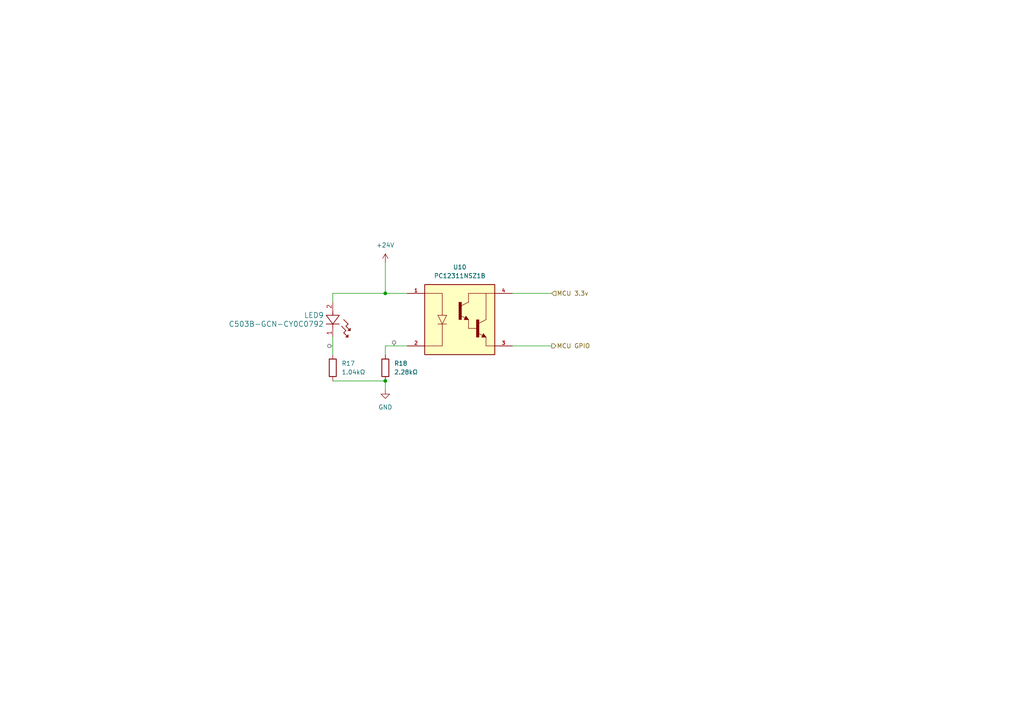
<source format=kicad_sch>
(kicad_sch (version 20230121) (generator eeschema)
  (paper "A4")
  (lib_symbols
    (symbol "CreeLED Green:C503B-GCN-CY0C0792" (pin_names (offset 0.254))
      (property "Reference" "LED" (at 5.08 -4.445 0))
      (property "Value" "C503B-GCN-CY0C0792" (at 5.08 -7.62 0))
      (symbol "C503B-GCN-CY0C0792_1_1"
        (polyline (pts (xy 2.54 0) (xy 3.4798 0)) (stroke (width 0.2032)))
        (polyline (pts (xy 3.175 0) (xy 3.81 0)) (stroke (width 0.2032)))
        (polyline (pts (xy 3.81 -1.905) (xy 6.35 0)) (stroke (width 0.2032)))
        (polyline (pts (xy 3.81 1.905) (xy 3.81 -1.905)) (stroke (width 0.2032)))
        (polyline (pts (xy 5.08 3.175) (xy 6.35 4.445)) (stroke (width 0.2032)))
        (polyline (pts (xy 6.35 -1.905) (xy 6.35 1.905)) (stroke (width 0.2032)))
        (polyline (pts (xy 6.35 0) (xy 3.81 1.905)) (stroke (width 0.2032)))
        (polyline (pts (xy 6.35 0) (xy 7.62 0)) (stroke (width 0.2032)))
        (polyline (pts (xy 6.35 4.445) (xy 6.985 3.81)) (stroke (width 0.2032)))
        (polyline (pts (xy 6.985 2.54) (xy 8.255 3.81)) (stroke (width 0.2032)))
        (polyline (pts (xy 6.985 3.81) (xy 8.255 5.08)) (stroke (width 0.2032)))
        (polyline (pts (xy 7.62 5.08) (xy 8.255 4.445)) (stroke (width 0.2032)))
        (polyline (pts (xy 8.255 3.81) (xy 8.89 3.175)) (stroke (width 0.2032)))
        (polyline (pts (xy 8.255 4.445) (xy 8.255 5.08)) (stroke (width 0.2032)))
        (polyline (pts (xy 8.255 5.08) (xy 7.62 5.08)) (stroke (width 0.2032)))
        (polyline (pts (xy 8.89 3.175) (xy 10.16 4.445)) (stroke (width 0.2032)))
        (polyline (pts (xy 9.525 4.445) (xy 10.16 3.81)) (stroke (width 0.2032)))
        (polyline (pts (xy 10.16 3.81) (xy 10.16 4.445)) (stroke (width 0.2032)))
        (polyline (pts (xy 10.16 4.445) (xy 9.525 4.445)) (stroke (width 0.2032)))
        (pin passive line (at 10.16 0 180) (length 2.54) (name "") (number "1"))
        (pin passive line (at 0 0 0) (length 2.54) (name "") (number "2"))
      )
      (symbol "C503B-GCN-CY0C0792_1_2"
        (polyline (pts (xy -5.08 7.62) (xy -4.445 8.255)) (stroke (width 0.2032)))
        (polyline (pts (xy -5.08 8.255) (xy -5.08 7.62)) (stroke (width 0.2032)))
        (polyline (pts (xy -4.445 6.35) (xy -3.81 6.985)) (stroke (width 0.2032)))
        (polyline (pts (xy -4.445 8.255) (xy -5.08 8.255)) (stroke (width 0.2032)))
        (polyline (pts (xy -4.445 9.525) (xy -3.81 10.16)) (stroke (width 0.2032)))
        (polyline (pts (xy -4.445 10.16) (xy -4.445 9.525)) (stroke (width 0.2032)))
        (polyline (pts (xy -3.81 6.985) (xy -5.08 8.255)) (stroke (width 0.2032)))
        (polyline (pts (xy -3.81 8.255) (xy -3.175 8.89)) (stroke (width 0.2032)))
        (polyline (pts (xy -3.81 10.16) (xy -4.445 10.16)) (stroke (width 0.2032)))
        (polyline (pts (xy -3.175 5.08) (xy -4.445 6.35)) (stroke (width 0.2032)))
        (polyline (pts (xy -3.175 8.89) (xy -4.445 10.16)) (stroke (width 0.2032)))
        (polyline (pts (xy -2.54 6.985) (xy -3.81 8.255)) (stroke (width 0.2032)))
        (polyline (pts (xy -1.905 3.81) (xy 1.905 3.81)) (stroke (width 0.2032)))
        (polyline (pts (xy 0 2.54) (xy 0 3.4798)) (stroke (width 0.2032)))
        (polyline (pts (xy 0 3.175) (xy 0 3.81)) (stroke (width 0.2032)))
        (polyline (pts (xy 0 6.35) (xy -1.905 3.81)) (stroke (width 0.2032)))
        (polyline (pts (xy 0 6.35) (xy 0 7.62)) (stroke (width 0.2032)))
        (polyline (pts (xy 1.905 3.81) (xy 0 6.35)) (stroke (width 0.2032)))
        (polyline (pts (xy 1.905 6.35) (xy -1.905 6.35)) (stroke (width 0.2032)))
        (pin unspecified line (at 0 10.16 270) (length 2.54) (name "") (number "1"))
        (pin unspecified line (at 0 0 90) (length 2.54) (name "") (number "2"))
      )
    )
    (symbol "Device:R" (pin_numbers hide) (pin_names (offset 0))
      (property "Reference" "R" (at 2.032 0 90))
      (property "Value" "R" (at 0 0 90))
      (symbol "R_0_1"
        (rectangle (start -1.016 -2.54) (end 1.016 2.54) (stroke (width 0.254)))
      )
      (symbol "R_1_1"
        (pin passive line (at 0 3.81 270) (length 1.27) (name "~") (number "1"))
        (pin passive line (at 0 -3.81 90) (length 1.27) (name "~") (number "2"))
      )
    )
    (symbol "PC12311NSZ1B:PC12311NSZ1B"
      (property "Reference" "U" (at -11.43 12.7 0))
      (property "Value" "PC12311NSZ1B" (at -11.43 -10.16 0))
      (symbol "PC12311NSZ1B_0_0"
        (rectangle (start -11.43 11.43) (end 8.89 -8.89) (stroke (width 0.254)) (fill (type background)))
        (rectangle (start -1.524 1.27) (end -0.762 6.35) (stroke (width 0.1)) (fill (type outline)))
        (polyline (pts (xy -8.89 -6.35) (xy -11.43 -6.35)) (stroke (width 0.1524)))
        (polyline (pts (xy -8.89 8.89) (xy -11.43 8.89)) (stroke (width 0.1524)))
        (polyline (pts (xy -7.62 2.54) (xy -6.35 0)) (stroke (width 0.1524)))
        (polyline (pts (xy -6.35 -6.35) (xy -8.89 -6.35)) (stroke (width 0.1524)))
        (polyline (pts (xy -6.35 0) (xy -7.62 0)) (stroke (width 0.1524)))
        (polyline (pts (xy -6.35 0) (xy -6.35 -6.35)) (stroke (width 0.1524)))
        (polyline (pts (xy -6.35 0) (xy -5.08 2.54)) (stroke (width 0.1524)))
        (polyline (pts (xy -6.35 2.54) (xy -7.62 2.54)) (stroke (width 0.1524)))
        (polyline (pts (xy -6.35 2.54) (xy -6.35 8.89)) (stroke (width 0.1524)))
        (polyline (pts (xy -6.35 8.89) (xy -8.89 8.89)) (stroke (width 0.1524)))
        (polyline (pts (xy -5.08 0) (xy -6.35 0)) (stroke (width 0.1524)))
        (polyline (pts (xy -5.08 2.54) (xy -6.35 2.54)) (stroke (width 0.1524)))
        (polyline (pts (xy 0 1.27) (xy 0.508 2.286)) (stroke (width 0.1524)))
        (polyline (pts (xy 0.254 1.397) (xy 1.016 1.397)) (stroke (width 0.254)))
        (polyline (pts (xy 0.254 1.524) (xy 0.635 1.524)) (stroke (width 0.254)))
        (polyline (pts (xy 0.27 1.77) (xy -0.962 2.386)) (stroke (width 0.1524)))
        (polyline (pts (xy 0.508 2.032) (xy 0.254 1.524)) (stroke (width 0.254)))
        (polyline (pts (xy 0.508 2.286) (xy 1.27 1.27)) (stroke (width 0.1524)))
        (polyline (pts (xy 0.635 1.524) (xy 0.508 1.778)) (stroke (width 0.254)))
        (polyline (pts (xy 1.016 1.397) (xy 0.508 2.032)) (stroke (width 0.254)))
        (polyline (pts (xy 1.27 -1.27) (xy 3.81 -1.27)) (stroke (width 0.1524)))
        (polyline (pts (xy 1.27 1.27) (xy 0 1.27)) (stroke (width 0.1524)))
        (polyline (pts (xy 1.27 1.27) (xy 1.27 -1.27)) (stroke (width 0.1524)))
        (polyline (pts (xy 1.27 6.35) (xy -0.762 5.334)) (stroke (width 0.1524)))
        (polyline (pts (xy 1.27 6.35) (xy 1.27 8.89)) (stroke (width 0.1524)))
        (polyline (pts (xy 1.27 8.89) (xy 6.35 8.89)) (stroke (width 0.1524)))
        (polyline (pts (xy 5.08 -3.81) (xy 5.588 -2.794)) (stroke (width 0.1524)))
        (polyline (pts (xy 5.334 -3.683) (xy 6.096 -3.683)) (stroke (width 0.254)))
        (polyline (pts (xy 5.334 -3.556) (xy 5.715 -3.556)) (stroke (width 0.254)))
        (polyline (pts (xy 5.35 -3.31) (xy 4.118 -2.694)) (stroke (width 0.1524)))
        (polyline (pts (xy 5.588 -3.048) (xy 5.334 -3.556)) (stroke (width 0.254)))
        (polyline (pts (xy 5.588 -2.794) (xy 6.35 -3.81)) (stroke (width 0.1524)))
        (polyline (pts (xy 5.715 -3.556) (xy 5.588 -3.302)) (stroke (width 0.254)))
        (polyline (pts (xy 6.096 -3.683) (xy 5.588 -3.048)) (stroke (width 0.254)))
        (polyline (pts (xy 6.35 -6.35) (xy 8.89 -6.35)) (stroke (width 0.1524)))
        (polyline (pts (xy 6.35 -3.81) (xy 5.08 -3.81)) (stroke (width 0.1524)))
        (polyline (pts (xy 6.35 -3.81) (xy 6.35 -6.35)) (stroke (width 0.1524)))
        (polyline (pts (xy 6.35 1.27) (xy 4.318 0.254)) (stroke (width 0.1524)))
        (polyline (pts (xy 6.35 1.27) (xy 6.35 8.89)) (stroke (width 0.1524)))
        (polyline (pts (xy 6.35 8.89) (xy 8.89 8.89)) (stroke (width 0.1524)))
        (rectangle (start 3.556 -3.81) (end 4.318 1.27) (stroke (width 0.1)) (fill (type outline)))
        (pin passive line (at -16.51 8.89 0) (length 5.08) (name "~") (number "1"))
        (pin passive line (at -16.51 -6.35 0) (length 5.08) (name "~") (number "2"))
        (pin passive line (at 13.97 -6.35 180) (length 5.08) (name "~") (number "3"))
        (pin passive line (at 13.97 8.89 180) (length 5.08) (name "~") (number "4"))
      )
    )
    (symbol "power:+24V" (power) (pin_names (offset 0))
      (property "Value" "+24V" (at 0 3.556 0))
      (symbol "+24V_0_1"
        (polyline (pts (xy -0.762 1.27) (xy 0 2.54)))
        (polyline (pts (xy 0 0) (xy 0 2.54)))
        (polyline (pts (xy 0 2.54) (xy 0.762 1.27)))
      )
      (symbol "+24V_1_1"
        (pin power_in line (at 0 0 90) (length 0) hide (name "+24V") (number "1"))
      )
    )
    (symbol "power:GND" (power) (pin_names (offset 0))
      (property "Value" "GND" (at 0 -3.81 0))
      (symbol "GND_0_1"
        (polyline (pts (xy 0 0) (xy 0 -1.27) (xy 1.27 -1.27) (xy 0 -2.54) (xy -1.27 -1.27) (xy 0 -1.27)))
      )
      (symbol "GND_1_1"
        (pin power_in line (at 0 0 270) (length 0) hide (name "GND") (number "1"))
      )
    )
  )
  (junction (at 111.76 110.49))
  (junction (at 111.76 85.09))
  (wire (pts (xy 96.52 85.09) (xy 111.76 85.09)))
  (wire (pts (xy 148.59 85.09) (xy 160.02 85.09)))
  (wire (pts (xy 111.76 76.2) (xy 111.76 85.09)))
  (wire (pts (xy 96.52 97.79) (xy 96.52 102.87)))
  (wire (pts (xy 96.52 110.49) (xy 111.76 110.49)))
  (wire (pts (xy 111.76 100.33) (xy 111.76 102.87)))
  (wire (pts (xy 148.59 100.33) (xy 160.02 100.33)))
  (wire (pts (xy 111.76 85.09) (xy 118.11 85.09)))
  (wire (pts (xy 96.52 87.63) (xy 96.52 85.09)))
  (wire (pts (xy 118.11 100.33) (xy 111.76 100.33)))
  (wire (pts (xy 111.76 110.49) (xy 111.76 113.03)))
  (hierarchical_label "MCU 3.3v" (shape input) (at 160.02 85.09 0))
  (hierarchical_label "MCU GPIO" (shape output) (at 160.02 100.33 0))
  (netclass_flag "" (length 1) (shape round) (at 114.3 100.33 0) (property "Netclass" "power" (effects hide)))
  (netclass_flag "" (length 1) (shape round) (at 96.52 100.33 90) (property "Netclass" "power" (effects hide)))
  (symbol (lib_id "power:+24V") (at 111.76 76.2 0) (unit 1)
    (property "Reference" "#PWR019" (effects hide))
    (property "Value" "+24V" (at 111.76 71.12 0))
  )
  (symbol (lib_id "PC12311NSZ1B:PC12311NSZ1B") (at 134.62 93.98 0) (unit 1)
    (property "Reference" "U10" (at 133.35 77.47 0))
    (property "Value" "PC12311NSZ1B" (at 133.35 80.01 0))
    (property "Footprint" "PC12311NSZ1B:PC12311NSZ1B" (effects hide))
    (property "Datasheet" "https://datasheet.datasheetarchive.com/originals/distributors/Datasheets_SAMA/562baaf804994183fb5e18c5f5c92935.pdf" (effects hide))
    (property "Height" "4.45" (effects hide))
    (property "Mouser Part Number" "852-PC12311NSZ1B" (effects hide))
    (property "Mouser Price/Stock" "https://www.mouser.co.uk/ProductDetail/Sharp-Microelectronics/PC12311NSZ1B?qs=0lSvoLzn4L8JFTcuQxvmTA%3D%3D" (effects hide))
    (property "Manufacturer_Name" "Sharp Microelectronics" (effects hide))
    (property "Manufacturer_Part_Number" "PC12311NSZ1B" (effects hide))
  )
  (symbol (lib_id "Device:R") (at 96.52 106.68 0) (unit 1)
    (property "Reference" "R17" (at 99.06 105.41 0) (effects (justify left)))
    (property "Value" "1.04kΩ" (at 99.06 107.95 0) (effects (justify left)))
    (property "Footprint" "Resistor:R_Axial_DIN0204_L3.6mm_D1.6mm_P5.08mm_Horizontal-JW" (effects hide))
  )
  (symbol (lib_id "CreeLED Green:C503B-GCN-CY0C0792") (at 96.52 87.63 270) (unit 1)
    (property "Reference" "LED9" (at 93.98 91.44 90) (effects (font (size 1.524 1.524)) (justify right)))
    (property "Value" "C503B-GCN-CY0C0792" (at 93.98 93.98 90) (effects (font (size 1.524 1.524)) (justify right)))
    (property "Footprint" "CreeLED Green:C503B_GCN_CY0C0792" (effects hide))
    (property "Datasheet" "C503B-GCN-CY0C0792" (effects hide))
  )
  (symbol (lib_id "Device:R") (at 111.76 106.68 0) (unit 1)
    (property "Reference" "R18" (at 114.3 105.41 0) (effects (justify left)))
    (property "Value" "2.28kΩ" (at 114.3 107.95 0) (effects (justify left)))
    (property "Footprint" "Resistor:R_Axial_DIN0204_L3.6mm_D1.6mm_P5.08mm_Horizontal-JW" (effects hide))
  )
  (symbol (lib_id "power:GND") (at 111.76 113.03 0) (unit 1)
    (property "Reference" "#PWR020" (effects hide))
    (property "Value" "GND" (at 111.76 118.11 0))
  )
)
</source>
